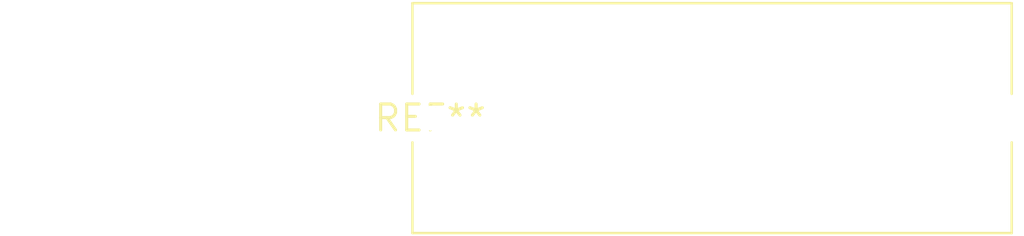
<source format=kicad_pcb>
(kicad_pcb (version 20240108) (generator pcbnew)
  (layers (0 "F.Cu" signal) (31 "B.Cu" signal) (34 "B.Paste" user) (35 "F.Paste" user) (36 "B.SilkS" user "B.Silkscreen") (37 "F.SilkS" user "F.Silkscreen") (38 "B.Mask" user) (39 "F.Mask" user) (44 "Edge.Cuts" user))
  (net 0 "")
  (footprint "C_Rect_L29.0mm_W11.0mm_P27.50mm_MKT" (layer "F.Cu") (at 0 0)
    (property "Reference" "REF**")
    (property "Value" "C_Rect_L29.0mm_W11.0mm_P27.50mm_MKT")
    (fp_line (start -0.87 -5.62) (end -0.87 -1.185) (layer "F.SilkS") (stroke (width 0.12)))
    (fp_line (start -0.87 -5.62) (end 28.37 -5.62) (layer "F.SilkS") (stroke (width 0.12)))
    (fp_line (start -0.87 1.185) (end -0.87 5.62) (layer "F.SilkS") (stroke (width 0.12)))
    (fp_line (start -0.87 5.62) (end 28.37 5.62) (layer "F.SilkS") (stroke (width 0.12)))
    (fp_line (start 28.37 -5.62) (end 28.37 -1.185) (layer "F.SilkS") (stroke (width 0.12)))
    (fp_line (start 28.37 1.185) (end 28.37 5.62) (layer "F.SilkS") (stroke (width 0.12)))
    (pad "1" thru_hole circle (at 0 0) (size 2.4 2.4) (drill 1.2) (layers *.Cu *.Mask) (remove_unused_layers))
    (pad "2" thru_hole circle (at 27.5 0) (size 2.4 2.4) (drill 1.2) (layers *.Cu *.Mask) (remove_unused_layers))
  )
)
</source>
